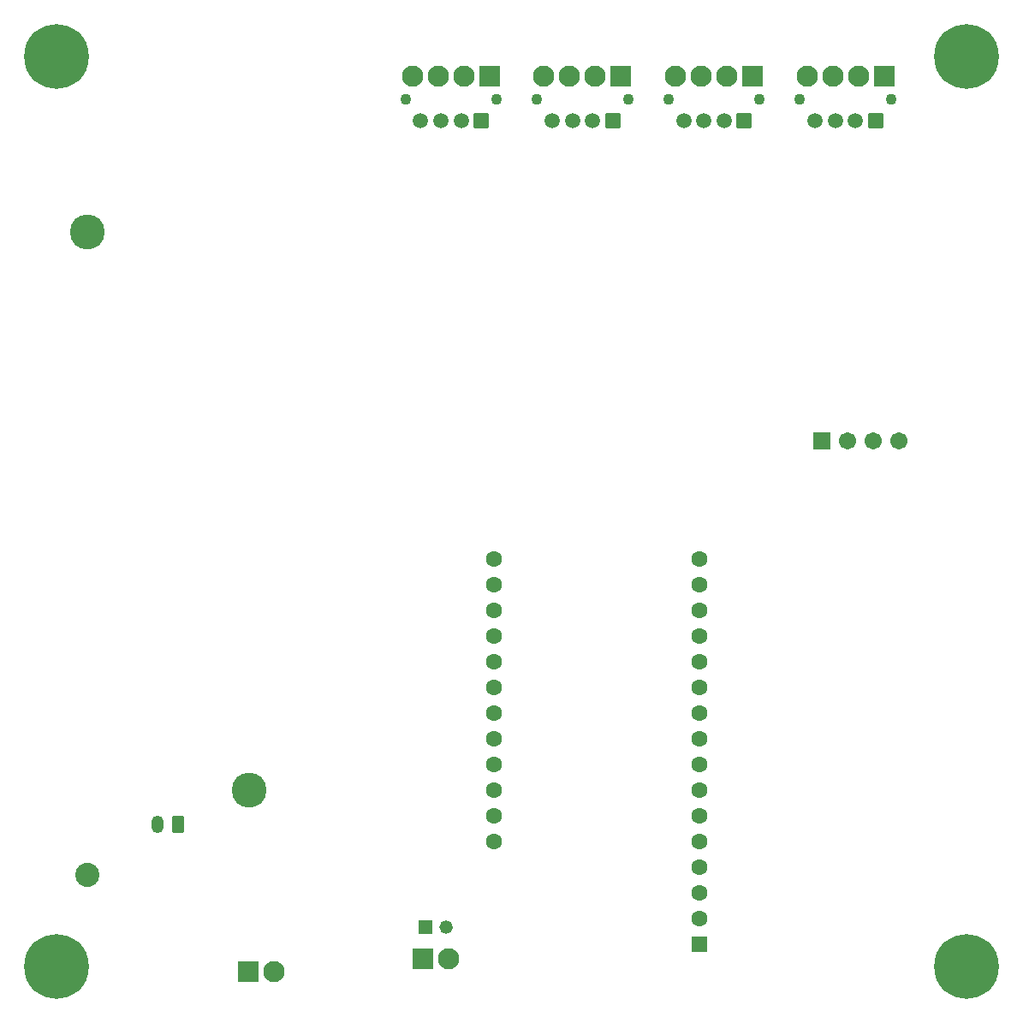
<source format=gbr>
%TF.GenerationSoftware,KiCad,Pcbnew,7.0.6*%
%TF.CreationDate,2024-06-14T01:31:42+02:00*%
%TF.ProjectId,SoliDAQ,536f6c69-4441-4512-9e6b-696361645f70,rev?*%
%TF.SameCoordinates,Original*%
%TF.FileFunction,Soldermask,Bot*%
%TF.FilePolarity,Negative*%
%FSLAX46Y46*%
G04 Gerber Fmt 4.6, Leading zero omitted, Abs format (unit mm)*
G04 Created by KiCad (PCBNEW 7.0.6) date 2024-06-14 01:31:42*
%MOMM*%
%LPD*%
G01*
G04 APERTURE LIST*
G04 Aperture macros list*
%AMRoundRect*
0 Rectangle with rounded corners*
0 $1 Rounding radius*
0 $2 $3 $4 $5 $6 $7 $8 $9 X,Y pos of 4 corners*
0 Add a 4 corners polygon primitive as box body*
4,1,4,$2,$3,$4,$5,$6,$7,$8,$9,$2,$3,0*
0 Add four circle primitives for the rounded corners*
1,1,$1+$1,$2,$3*
1,1,$1+$1,$4,$5*
1,1,$1+$1,$6,$7*
1,1,$1+$1,$8,$9*
0 Add four rect primitives between the rounded corners*
20,1,$1+$1,$2,$3,$4,$5,0*
20,1,$1+$1,$4,$5,$6,$7,0*
20,1,$1+$1,$6,$7,$8,$9,0*
20,1,$1+$1,$8,$9,$2,$3,0*%
G04 Aperture macros list end*
%ADD10R,2.100000X2.100000*%
%ADD11C,2.100000*%
%ADD12C,0.800000*%
%ADD13C,6.400000*%
%ADD14C,1.100000*%
%ADD15RoundRect,0.102000X-0.654000X-0.654000X0.654000X-0.654000X0.654000X0.654000X-0.654000X0.654000X0*%
%ADD16C,1.512000*%
%ADD17RoundRect,0.102000X-0.754000X-0.754000X0.754000X-0.754000X0.754000X0.754000X-0.754000X0.754000X0*%
%ADD18C,1.712000*%
%ADD19R,1.600000X1.600000*%
%ADD20C,1.600000*%
%ADD21R,1.320800X1.320800*%
%ADD22C,1.320800*%
%ADD23C,2.390000*%
%ADD24C,3.450000*%
%ADD25RoundRect,0.250000X0.350000X0.625000X-0.350000X0.625000X-0.350000X-0.625000X0.350000X-0.625000X0*%
%ADD26O,1.200000X1.750000*%
G04 APERTURE END LIST*
D10*
%TO.C,J12*%
X127815000Y-62000000D03*
D11*
X125275000Y-62000000D03*
X122735000Y-62000000D03*
X120195000Y-62000000D03*
%TD*%
%TO.C,J1*%
X106500000Y-150500000D03*
D10*
X103960000Y-150500000D03*
%TD*%
D12*
%TO.C,H3*%
X82600000Y-150000000D03*
X83302944Y-148302944D03*
X83302944Y-151697056D03*
X85000000Y-147600000D03*
D13*
X85000000Y-150000000D03*
D12*
X85000000Y-152400000D03*
X86697056Y-148302944D03*
X86697056Y-151697056D03*
X87400000Y-150000000D03*
%TD*%
%TO.C,H4*%
X172600000Y-150000000D03*
X173302944Y-148302944D03*
X173302944Y-151697056D03*
X175000000Y-147600000D03*
D13*
X175000000Y-150000000D03*
D12*
X175000000Y-152400000D03*
X176697056Y-148302944D03*
X176697056Y-151697056D03*
X177400000Y-150000000D03*
%TD*%
D14*
%TO.C,J11*%
X132500000Y-64275000D03*
X141500000Y-64275000D03*
D15*
X140000000Y-66375000D03*
D16*
X138000000Y-66375000D03*
X136000000Y-66375000D03*
X134000000Y-66375000D03*
%TD*%
D17*
%TO.C,J14*%
X160690000Y-98000000D03*
D18*
X163230000Y-98000000D03*
X165770000Y-98000000D03*
X168310000Y-98000000D03*
%TD*%
D19*
%TO.C,A1*%
X148552500Y-147800000D03*
D20*
X148552500Y-145260000D03*
X148552500Y-142720000D03*
X148552500Y-140180000D03*
X148552500Y-137640000D03*
X148552500Y-135100000D03*
X148552500Y-132560000D03*
X148552500Y-130020000D03*
X148552500Y-127480000D03*
X148552500Y-124940000D03*
X148552500Y-122400000D03*
X148552500Y-119860000D03*
X148552500Y-117320000D03*
X148552500Y-114780000D03*
X148552500Y-112240000D03*
X148552500Y-109700000D03*
X128232500Y-109700000D03*
X128232500Y-112240000D03*
X128232500Y-114780000D03*
X128232500Y-117320000D03*
X128232500Y-119860000D03*
X128232500Y-122400000D03*
X128232500Y-124940000D03*
X128232500Y-127480000D03*
X128232500Y-130020000D03*
X128232500Y-132560000D03*
X128232500Y-135100000D03*
X128232500Y-137640000D03*
%TD*%
D21*
%TO.C,J5*%
X121499999Y-146154699D03*
D22*
X123500000Y-146154699D03*
%TD*%
D10*
%TO.C,J8*%
X140815000Y-62000000D03*
D11*
X138275000Y-62000000D03*
X135735000Y-62000000D03*
X133195000Y-62000000D03*
%TD*%
D14*
%TO.C,J10*%
X145500000Y-64275000D03*
X154500000Y-64275000D03*
D15*
X153000000Y-66375000D03*
D16*
X151000000Y-66375000D03*
X149000000Y-66375000D03*
X147000000Y-66375000D03*
%TD*%
D14*
%TO.C,J13*%
X119500000Y-64275000D03*
X128500000Y-64275000D03*
D15*
X127000000Y-66375000D03*
D16*
X125000000Y-66375000D03*
X123000000Y-66375000D03*
X121000000Y-66375000D03*
%TD*%
D23*
%TO.C,J3*%
X88000000Y-140930000D03*
D24*
X104000000Y-132600000D03*
X88000000Y-77400000D03*
%TD*%
D10*
%TO.C,J7*%
X166815000Y-62000000D03*
D11*
X164275000Y-62000000D03*
X161735000Y-62000000D03*
X159195000Y-62000000D03*
%TD*%
D10*
%TO.C,J4*%
X121210000Y-149250000D03*
D11*
X123750000Y-149250000D03*
%TD*%
D12*
%TO.C,H1*%
X82600000Y-60000000D03*
X83302944Y-58302944D03*
X83302944Y-61697056D03*
X85000000Y-57600000D03*
D13*
X85000000Y-60000000D03*
D12*
X85000000Y-62400000D03*
X86697056Y-58302944D03*
X86697056Y-61697056D03*
X87400000Y-60000000D03*
%TD*%
D10*
%TO.C,J6*%
X153815000Y-62000000D03*
D11*
X151275000Y-62000000D03*
X148735000Y-62000000D03*
X146195000Y-62000000D03*
%TD*%
D25*
%TO.C,J2*%
X97000000Y-135950000D03*
D26*
X95000000Y-135950000D03*
%TD*%
D12*
%TO.C,H2*%
X172600000Y-60000000D03*
X173302944Y-58302944D03*
X173302944Y-61697056D03*
X175000000Y-57600000D03*
D13*
X175000000Y-60000000D03*
D12*
X175000000Y-62400000D03*
X176697056Y-58302944D03*
X176697056Y-61697056D03*
X177400000Y-60000000D03*
%TD*%
D14*
%TO.C,J9*%
X158500000Y-64275000D03*
X167500000Y-64275000D03*
D15*
X166000000Y-66375000D03*
D16*
X164000000Y-66375000D03*
X162000000Y-66375000D03*
X160000000Y-66375000D03*
%TD*%
M02*

</source>
